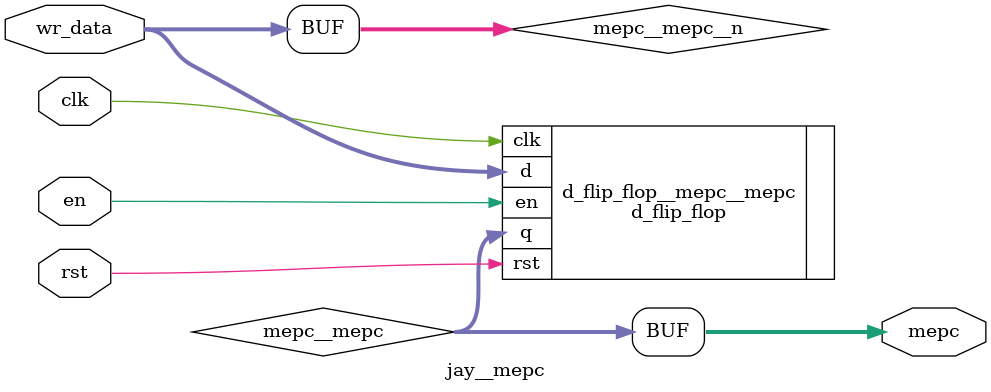
<source format=sv>
module jay__mepc
(
    input clk,
    input rst,
    input en,
    input [63:0] wr_data,
    output logic [63:0] mepc 
);

logic [64-1:0] mepc__mepc;
logic [64-1:0] mepc__mepc__n;

assign mepc[63:0] = mepc__mepc;

assign mepc__mepc__n = wr_data[63:0];

//==============================
// d_flip_flop__mepc__mepc
//==============================
d_flip_flop #(.WIDTH(64), .RESET_VALUE(64'h0)) d_flip_flop__mepc__mepc
(
    .clk(clk),
    .rst(rst),
    .en(en),
    .d(mepc__mepc__n),
    .q(mepc__mepc)
);

endmodule

</source>
